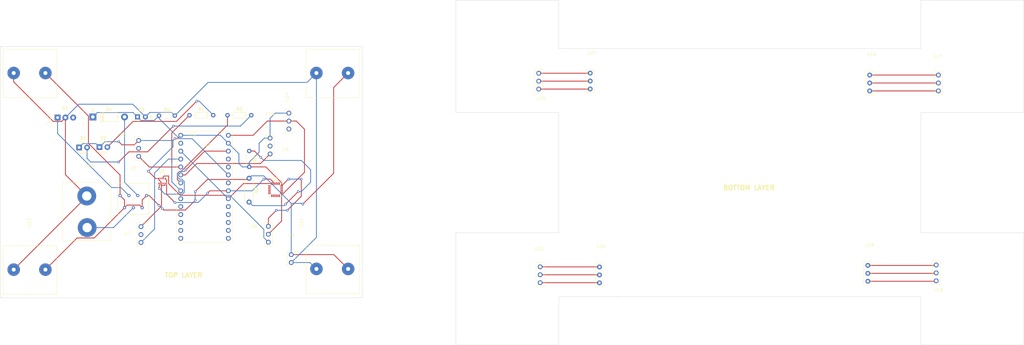
<source format=kicad_pcb>
(kicad_pcb (version 20221018) (generator pcbnew)
  (title_block (title "Quadcopter layers"))
  (layers (0 "F.Cu" signal) (31 "B.Cu" signal) (34 "B.Paste" user) (35 "F.Paste" user) (36 "B.SilkS" user "B.Silkscreen") (37 "F.SilkS" user "F.Silkscreen") (38 "B.Mask" user) (39 "F.Mask" user) (44 "Edge.Cuts" user))
  (net 0 "")
  (net 1 "GND")
  (net 2 "Net-(D1-A)")
  (net 3 "Net-(D2-A)")
  (net 4 "V_IS")
  (net 5 "0HV")
  (net 6 "BTS_IS")
  (net 7 "GREENLED")
  (net 8 "76HV")
  (net 9 "RESISTOR")
  (net 10 "REDLED")
  (net 11 "SWITCH")
  (net 14 "SDA")
  (net 15 "SCL")
  (net 17 "3V")
  (net 30 "5V")
  (net 39 "Net-(U15-7.4V)")
  (net 41 "Motor1")
  (net 42 "Motor2")
  (net 43 "Motor3")
  (net 44 "Motor4")
  (net 62 "PPM")
  (net 63 "Net-(U16-RED)")
  (net 64 "Net-(U16-BLUE)")
  (net 65 "Net-(U16-BLACK)")
  (net 66 "Net-(U18-RED)")
  (net 67 "Net-(U18-BLUE)")
  (net 68 "Net-(U18-BLACK)")
  (net 69 "Net-(U20-RED)")
  (net 70 "Net-(U20-BLUE)")
  (net 71 "Net-(U20-BLACK)")
  (net 72 "Net-(U24-RED)")
  (net 73 "Net-(U24-BLUE)")
  (net 74 "Net-(U24-BLACK)")
  (footprint "teensy4.0:motor_U" (layer "F.Cu") (at 88.8044 149.3086)
    (fp_text reference "U7" (at -3.0226 3.5038 unlocked) (layer "F.SilkS") (effects (font (thickness 0.1))))
    (fp_text value "Motor_2")
    (pad "1" thru_hole circle (at 1.27 1.27) (size 1.524 1.524) (drill 0.914) (layers "*.Cu" "*.Mask") (net 1 "GND"))
    (pad "2" thru_hole circle (at 1.27 3.81) (size 1.524 1.524) (drill 0.914) (layers "*.Cu" "*.Mask"))
    (pad "3" thru_hole circle (at 1.27 6.35) (size 1.524 1.524) (drill 0.914) (layers "*.Cu" "*.Mask") (net 42 "Motor2"))
  )
  (footprint "teensy4.0:bts_symbol" (layer "F.Cu") (at 78.8808 135.618)
    (fp_text reference "U3" (at 8.636 -3.762 unlocked) (layer "F.SilkS") (effects (font (thickness 0.1))))
    (fp_text value "bts_symbol")
    (pad "1" thru_hole circle (at 4.5 5) (size 1 1) (drill 0.5) (layers "*.Cu" "*.Mask") (net 8 "76HV"))
    (pad "2" thru_hole circle (at 5.92 8.89) (size 1 1) (drill 0.5) (layers "*.Cu" "*.Mask") (net 8 "76HV"))
    (pad "3" thru_hole circle (at 7.34 5) (size 1 1) (drill 0.5) (layers "*.Cu" "*.Mask") (net 11 "SWITCH"))
    (pad "4" thru_hole circle (at 8.76 8.89 90) (size 1 1) (drill 0.5) (layers "*.Cu" "*.Mask") (net 39 "Net-(U15-7.4V)"))
    (pad "5" thru_hole circle (at 10.178 5) (size 1 1) (drill 0.5) (layers "*.Cu" "*.Mask") (net 6 "BTS_IS"))
    (pad "6" thru_hole circle (at 11.6 8.89 90) (size 1 1) (drill 0.5) (layers "*.Cu" "*.Mask") (net 8 "76HV"))
    (pad "7" thru_hole circle (at 13 5) (size 1 1) (drill 0.5) (layers "*.Cu" "*.Mask") (net 8 "76HV"))
  )
  (footprint "LED_THT:LED_D3.0mm" (layer "F.Cu") (at 76.7648 125.1024)
    (fp_text reference "D2" (at 1.27 -2.96) (layer "F.SilkS"))
    (fp_text value "GREEN")
    (pad "1" thru_hole rect (at 0 0) (size 1.8 1.8) (drill 0.9) (layers "*.Cu" "*.Mask") (net 1 "GND"))
    (pad "2" thru_hole circle (at 2.54 0) (size 1.8 1.8) (drill 0.9) (layers "*.Cu" "*.Mask") (net 3 "Net-(D2-A)"))
  )
  (footprint "Diode_THT:D_DO-41_SOD81_P10.16mm_Horizontal" (layer "F.Cu") (at 74.6566 115.425)
    (fp_text reference "D4" (at 5.08 -2.47) (layer "F.SilkS"))
    (fp_text value "1N4007")
    (fp_text user "K" (at 0 -2.1) (layer "F.SilkS"))
    (pad "1" thru_hole rect (at 0 0) (size 2.2 2.2) (drill 1.1) (layers "*.Cu" "*.Mask") (net 4 "V_IS"))
    (pad "2" thru_hole oval (at 10.16 0) (size 2.2 2.2) (drill 1.1) (layers "*.Cu" "*.Mask") (net 6 "BTS_IS"))
  )
  (footprint "teensy4.0:ESC" (layer "F.Cu") (at 142.988 109.227 90)
    (fp_text reference "U14" (at 0.254 -6.096 90 unlocked) (layer "F.SilkS") (effects (font (thickness 0.1))))
    (fp_text value "ESC_4")
    (pad "1" thru_hole circle (at 7.874 3.302 90) (size 4 4) (drill 1.27) (layers "*.Cu" "*.Mask") (net 5 "0HV"))
    (pad "2" thru_hole circle (at 7.874 13.462 90) (size 4 4) (drill 1.27) (layers "*.Cu" "*.Mask") (net 8 "76HV"))
  )
  (footprint "teensy4.0:motor_U" (layer "F.Cu") (at 130.181 120.9368)
    (fp_text reference "U5" (at 6.269 4.9162 unlocked) (layer "F.SilkS") (effects (font (thickness 0.1))))
    (fp_text value "Motor_4")
    (pad "1" thru_hole circle (at 1.27 1.27) (size 1.524 1.524) (drill 0.914) (layers "*.Cu" "*.Mask") (net 1 "GND"))
    (pad "2" thru_hole circle (at 1.27 3.81) (size 1.524 1.524) (drill 0.914) (layers "*.Cu" "*.Mask"))
    (pad "3" thru_hole circle (at 1.27 6.35) (size 1.524 1.524) (drill 0.914) (layers "*.Cu" "*.Mask") (net 44 "Motor4"))
  )
  (footprint "Package_LGA:Bosch_LGA-8_2x2.5mm_P0.65mm_ClockwisePinNumbering" (layer "F.Cu") (at 96.821 135.9354)
    (fp_text reference "U1" (at 0 -3.1) (layer "F.SilkS"))
    (fp_text value "BMP280")
    (pad "1" smd rect (at -0.975 -0.8 90) (size 0.5 0.35) (layers "F.Cu" "F.Paste" "F.Mask") (net 1 "GND"))
    (pad "2" smd rect (at -0.325 -0.8 90) (size 0.5 0.35) (layers "F.Cu" "F.Paste" "F.Mask"))
    (pad "3" smd rect (at 0.325 -0.8 90) (size 0.5 0.35) (layers "F.Cu" "F.Paste" "F.Mask") (net 14 "SDA"))
    (pad "4" smd rect (at 0.975 -0.8 90) (size 0.5 0.35) (layers "F.Cu" "F.Paste" "F.Mask") (net 15 "SCL"))
    (pad "5" smd rect (at 0.975 0.8 90) (size 0.5 0.35) (layers "F.Cu" "F.Paste" "F.Mask") (net 1 "GND"))
    (pad "6" smd rect (at 0.325 0.8 90) (size 0.5 0.35) (layers "F.Cu" "F.Paste" "F.Mask"))
    (pad "7" smd rect (at -0.325 0.8 90) (size 0.5 0.35) (layers "F.Cu" "F.Paste" "F.Mask") (net 1 "GND"))
    (pad "8" smd rect (at -0.975 0.8 90) (size 0.5 0.35) (layers "F.Cu" "F.Paste" "F.Mask") (net 17 "3V"))
  )
  (footprint "Resistor_THT:R_Axial_DIN0204_L3.6mm_D1.6mm_P5.08mm_Horizontal" (layer "F.Cu") (at 124.7708 126.347 -90)
    (fp_text reference "R4" (at 2.54 -1.92 90) (layer "F.SilkS"))
    (fp_text value "510 ohm")
    (pad "1" thru_hole circle (at 0 0 270) (size 1.4 1.4) (drill 0.7) (layers "*.Cu" "*.Mask") (net 9 "RESISTOR"))
    (pad "2" thru_hole oval (at 5.08 0 270) (size 1.4 1.4) (drill 0.7) (layers "*.Cu" "*.Mask") (net 1 "GND"))
  )
  (footprint "teensy4.0:esc_3pin" (layer "F.Cu") (at 321.73 161.73)
    (fp_text reference "U18" (at 1.778 -5.286 unlocked) (layer "F.SilkS") (effects (font (thickness 0.1))))
    (fp_text value "ESC_3 hole2")
    (pad "1" thru_hole circle (at 1.27 1.27) (size 1.524 1.524) (drill 0.762) (layers "*.Cu" "*.Mask") (net 66 "Net-(U18-RED)"))
    (pad "2" thru_hole circle (at 1.27 3.81) (size 1.524 1.524) (drill 0.762) (layers "*.Cu" "*.Mask") (net 67 "Net-(U18-BLUE)"))
    (pad "3" thru_hole circle (at 1.27 6.35) (size 1.524 1.524) (drill 0.762) (layers "*.Cu" "*.Mask") (net 68 "Net-(U18-BLACK)"))
  )
  (footprint "Resistor_THT:R_Axial_DIN0204_L3.6mm_D1.6mm_P7.62mm_Horizontal" (layer "F.Cu") (at 105.6192 114.8662)
    (fp_text reference "R1" (at 3.81 -1.92) (layer "F.SilkS"))
    (fp_text value "100 ohm")
    (pad "1" thru_hole circle (at 0 0) (size 1.4 1.4) (drill 0.7) (layers "*.Cu" "*.Mask") (net 7 "GREENLED"))
    (pad "2" thru_hole oval (at 7.62 0) (size 1.4 1.4) (drill 0.7) (layers "*.Cu" "*.Mask") (net 3 "Net-(D2-A)"))
  )
  (footprint "teensy4.0:esc_3pin" (layer "F.Cu") (at 322.3358 100.73)
    (fp_text reference "U16" (at 1.778 -5.286 unlocked) (layer "F.SilkS") (effects (font (thickness 0.1))))
    (fp_text value "ESC_3 hole1")
    (pad "1" thru_hole circle (at 1.27 1.27) (size 1.524 1.524) (drill 0.762) (layers "*.Cu" "*.Mask") (net 63 "Net-(U16-RED)"))
    (pad "2" thru_hole circle (at 1.27 3.81) (size 1.524 1.524) (drill 0.762) (layers "*.Cu" "*.Mask") (net 64 "Net-(U16-BLUE)"))
    (pad "3" thru_hole circle (at 1.27 6.35) (size 1.524 1.524) (drill 0.762) (layers "*.Cu" "*.Mask") (net 65 "Net-(U16-BLACK)"))
  )
  (footprint "teensy4.0:motor_U" (layer "F.Cu") (at 88.0678 121.6988)
    (fp_text reference "U6" (at -3.7084 -0.587 unlocked) (layer "F.SilkS") (effects (font (thickness 0.1))))
    (fp_text value "Motor_3")
    (pad "1" thru_hole circle (at 1.27 1.27) (size 1.524 1.524) (drill 0.914) (layers "*.Cu" "*.Mask") (net 1 "GND"))
    (pad "2" thru_hole circle (at 1.27 3.81) (size 1.524 1.524) (drill 0.914) (layers "*.Cu" "*.Mask"))
    (pad "3" thru_hole circle (at 1.27 6.35) (size 1.524 1.524) (drill 0.914) (layers "*.Cu" "*.Mask") (net 43 "Motor3"))
  )
  (footprint "LED_THT:LED_D3.0mm" (layer "F.Cu") (at 70.2624 125.204)
    (fp_text reference "D1" (at 1.27 -2.96) (layer "F.SilkS"))
    (fp_text value "RED")
    (pad "1" thru_hole rect (at 0 0) (size 1.8 1.8) (drill 0.9) (layers "*.Cu" "*.Mask") (net 1 "GND"))
    (pad "2" thru_hole circle (at 2.54 0) (size 1.8 1.8) (drill 0.9) (layers "*.Cu" "*.Mask") (net 2 "Net-(D1-A)"))
  )
  (footprint "teensy4.0:motor" (layer "F.Cu") (at 346.17 169.21 180)
    (fp_text reference "U19" (at 0.524 -1.752 unlocked) (layer "F.SilkS") (effects (font (thickness 0.1))))
    (fp_text value "Motor_3 hole2")
    (pad "1" thru_hole circle (at 1.27 1.27 180) (size 1.524 1.524) (drill 0.914) (layers "*.Cu" "*.Mask") (net 68 "Net-(U18-BLACK)"))
    (pad "2" thru_hole circle (at 1.27 3.81 180) (size 1.524 1.524) (drill 0.914) (layers "*.Cu" "*.Mask") (net 67 "Net-(U18-BLUE)"))
    (pad "3" thru_hole circle (at 1.27 6.35 180) (size 1.524 1.524) (drill 0.914) (layers "*.Cu" "*.Mask") (net 66 "Net-(U18-RED)"))
  )
  (footprint "teensy4.0:motor" (layer "F.Cu") (at 218.81 107.77 180)
    (fp_text reference "U25" (at 0.524 -1.752 unlocked) (layer "F.SilkS") (effects (font (thickness 0.1))))
    (fp_text value "Motor_3 hole3")
    (pad "1" thru_hole circle (at 1.27 1.27 180) (size 1.524 1.524) (drill 0.914) (layers "*.Cu" "*.Mask") (net 74 "Net-(U24-BLACK)"))
    (pad "2" thru_hole circle (at 1.27 3.81 180) (size 1.524 1.524) (drill 0.914) (layers "*.Cu" "*.Mask") (net 73 "Net-(U24-BLUE)"))
    (pad "3" thru_hole circle (at 1.27 6.35 180) (size 1.524 1.524) (drill 0.914) (layers "*.Cu" "*.Mask") (net 72 "Net-(U24-RED)"))
  )
  (footprint "teensy4.0:teensy4.0uc" (layer "F.Cu") (at 101.557 120.0388)
    (fp_text reference "U4" (at 9.893 4.3142 unlocked) (layer "F.SilkS") (effects (font (thickness 0.1))))
    (fp_text value "Teensy4.0")
    (fp_text user "TOP" (at 3.556 1.778 unlocked) (layer "F.SilkS") (effects (font (thickness 0.1)) (justify left bottom)))
    (pad "1" thru_hole circle (at 1.27 1.27) (size 1.524 1.524) (drill 0.914) (layers "*.Cu" "*.Mask") (net 1 "GND"))
    (pad "2" thru_hole circle (at 1.27 3.81) (size 1.524 1.524) (drill 0.914) (layers "*.Cu" "*.Mask"))
    (pad "3" thru_hole circle (at 1.27 6.35) (size 1.524 1.524) (drill 0.914) (layers "*.Cu" "*.Mask") (net 41 "Motor1"))
    (pad "4" thru_hole circle (at 1.27 8.89) (size 1.524 1.524) (drill 0.914) (layers "*.Cu" "*.Mask") (net 42 "Motor2"))
    (pad "5" thru_hole circle (at 1.27 11.43) (size 1.524 1.524) (drill 0.914) (layers "*.Cu" "*.Mask") (net 43 "Motor3"))
    (pad "6" thru_hole circle (at 1.27 13.97) (size 1.524 1.524) (drill 0.914) (layers "*.Cu" "*.Mask") (net 44 "Motor4"))
    (pad "7" thru_hole circle (at 1.27 16.51) (size 1.524 1.524) (drill 0.914) (layers "*.Cu" "*.Mask") (net 10 "REDLED"))
    (pad "8" thru_hole circle (at 1.27 19.05) (size 1.524 1.524) (drill 0.914) (layers "*.Cu" "*.Mask") (net 7 "GREENLED"))
    (pad "9" thru_hole circle (at 1.27 21.59) (size 1.524 1.524) (drill 0.914) (layers "*.Cu" "*.Mask"))
    (pad "10" thru_hole circle (at 1.27 24.13) (size 1.524 1.524) (drill 0.914) (layers "*.Cu" "*.Mask"))
    (pad "11" thru_hole circle (at 1.27 26.67) (size 1.524 1.524) (drill 0.914) (layers "*.Cu" "*.Mask"))
    (pad "12" thru_hole circle (at 1.27 29.21) (size 1.524 1.524) (drill 0.914) (layers "*.Cu" "*.Mask"))
    (pad "13" thru_hole circle (at 1.27 31.75) (size 1.524 1.524) (drill 0.914) (layers "*.Cu" "*.Mask"))
    (pad "14" thru_hole circle (at 1.27 34.29) (size 1.524 1.524) (drill 0.914) (layers "*.Cu" "*.Mask"))
    (pad "15" thru_hole circle (at 16.51 34.29) (size 1.524 1.524) (drill 0.914) (layers "*.Cu" "*.Mask"))
    (pad "16" thru_hole circle (at 16.51 31.75) (size 1.524 1.524) (drill 0.914) (layers "*.Cu" "*.Mask"))
    (pad "17" thru_hole circle (at 16.51 29.21) (size 1.524 1.524) (drill 0.914) (layers "*.Cu" "*.Mask"))
    (pad "18" thru_hole circle (at 16.51 26.67) (size 1.524 1.524) (drill 0.914) (layers "*.Cu" "*.Mask"))
    (pad "19" thru_hole circle (at 16.51 24.13) (size 1.524 1.524) (drill 0.914) (layers "*.Cu" "*.Mask"))
    (pad "20" thru_hole circle (at 16.51 21.59) (size 1.524 1.524) (drill 0.914) (layers "*.Cu" "*.Mask") (net 14 "SDA"))
    (pad "21" thru_hole circle (at 16.51 19.05) (size 1.524 1.524) (drill 0.914) (layers "*.Cu" "*.Mask") (net 15 "SCL"))
    (pad "22" thru_hole circle (at 16.51 16.51) (size 1.524 1.524) (drill 0.914) (layers "*.Cu" "*.Mask"))
    (pad "23" thru_hole circle (at 16.51 13.97) (size 1.524 1.524) (drill 0.914) (layers "*.Cu" "*.Mask") (net 4 "V_IS"))
    (pad "24" thru_hole circle (at 16.51 11.43) (size 1.524 1.524) (drill 0.914) (layers "*.Cu" "*.Mask"))
    (pad "25" thru_hole circle (at 16.51 8.89) (size 1.524 1.524) (drill 0.914) (layers "*.Cu" "*.Mask"))
    (pad "26" thru_hole circle (at 16.51 6.35) (size 1.524 1.524) (drill 0.914) (layers "*.Cu" "*.Mask") (net 17 "3V"))
    (pad "27" thru_hole circle (at 16.51 3.81) (size 1.524 1.524) (drill 0.914) (layers "*.Cu" "*.Mask") (net 1 "GND"))
    (pad "28" thru_hole circle (at 16.51 1.27) (size 1.524 1.524) (drill 0.914) (layers "*.Cu" "*.Mask") (net 30 "5V"))
  )
  (footprint "teensy4.0:ESC" (layer "F.Cu") (at 45.988 109.227 90)
    (fp_text reference "U13" (at -6.872 14.746 90 unlocked) (layer "F.SilkS") (effects (font (thickness 0.1))))
    (fp_text value "ESC_3")
    (pad "1" thru_hole circle (at 7.874 3.302 90) (size 4 4) (drill 1.27) (layers "*.Cu" "*.Mask") (net 5 "0HV"))
    (pad "2" thru_hole circle (at 7.874 13.462 90) (size 4 4) (drill 1.27) (layers "*.Cu" "*.Mask") (net 8 "76HV"))
  )
  (footprint "teensy4.0:motor" (layer "F.Cu") (at 216.73 162.19)
    (fp_text reference "U21" (at 1.016 -4.548 unlocked) (layer "F.SilkS") (effects (font (thickness 0.1))))
    (fp_text value "Motor_3 hole4")
    (pad "1" thru_hole circle (at 1.27 1.27) (size 1.524 1.524) (drill 0.914) (layers "*.Cu" "*.Mask") (net 69 "Net-(U20-RED)"))
    (pad "2" thru_hole circle (at 1.27 3.81) (size 1.524 1.524) (drill 0.914) (layers "*.Cu" "*.Mask") (net 70 "Net-(U20-BLUE)"))
    (pad "3" thru_hole circle (at 1.27 6.35) (size 1.524 1.524) (drill 0.914) (layers "*.Cu" "*.Mask") (net 71 "Net-(U20-BLACK)"))
  )
  (footprint "Resistor_THT:R_Axial_DIN0207_L6.3mm_D2.5mm_P7.62mm_Horizontal" (layer "F.Cu") (at 124.72 135.0846 -90)
    (fp_text reference "R2" (at 3.81 -2.37 90) (layer "F.SilkS"))
    (fp_text value "2k ohm")
    (pad "1" thru_hole circle (at 0 0 270) (size 1.6 1.6) (drill 0.8) (layers "*.Cu" "*.Mask") (net 8 "76HV"))
    (pad "2" thru_hole oval (at 7.62 0 270) (size 1.6 1.6) (drill 0.8) (layers "*.Cu" "*.Mask") (net 9 "RESISTOR"))
  )
  (footprint "teensy4.0:Receiver" (layer "F.Cu") (at 136.2008 112.9358)
    (fp_text reference "U10" (at -4.7508 1.4172 unlocked) (layer "F.SilkS") (effects (font (thickness 0.1))))
    (fp_text value "Receiver")
    (pad "1" thru_hole circle (at 1.27 1.27) (size 1.524 1.524) (drill 0.914) (layers "*.Cu" "*.Mask") (net 1 "GND"))
    (pad "2" thru_hole circle (at 1.27 3.81) (size 1.524 1.524) (drill 0.914) (layers "*.Cu" "*.Mask") (net 30 "5V"))
    (pad "3" thru_hole circle (at 1.27 6.35) (size 1.524 1.524) (drill 0.914) (layers "*.Cu" "*.Mask") (net 62 "PPM"))
  )
  (footprint "teensy4.0:battery" (layer "F.Cu") (at 64.9538 136.4054)
    (fp_text reference "U15" (at 8.5598 -5.2606 unlocked) (layer "F.SilkS") (effects (font (thickness 0.1))))
    (fp_text value "Battery")
    (pad "1" thru_hole circle (at 7.75 4.35) (size 6 6) (drill 3) (layers "*.Cu" "*.Mask") (net 5 "0HV"))
    (pad "2" thru_hole circle (at 7.874 14.478) (size 6 6) (drill 3) (layers "*.Cu" "*.Mask") (net 39 "Net-(U15-7.4V)"))
  )
  (footprint "digikey-footprints:Switch_Slide_11.6x4mm_EG1218" (layer "F.Cu") (at 63.3574 115.6282)
    (fp_text reference "S1" (at 2.49 -3.02) (layer "F.SilkS"))
    (fp_text value "EG1218")
    (pad "1" thru_hole rect (at 0 0) (size 1.9 1.9) (drill 0.9) (layers "*.Cu" "*.Mask") (net 11 "SWITCH"))
    (pad "2" thru_hole circle (at 2.5 0) (size 1.9 1.9) (drill 0.9) (layers "*.Cu" "*.Mask") (net 5 "0HV"))
    (pad "3" thru_hole circle (at 5 0) (size 1.9 1.9) (drill 0.9) (layers "*.Cu" "*.Mask"))
  )
  (footprint "teensy4.0:motor_U" (layer "F.Cu") (at 129.6222 149.207)
    (fp_text reference "U8" (at -3.302 1.2418 unlocked) (layer "F.SilkS") (effects (font (thickness 0.1))))
    (fp_text value "Motor_1")
    (pad "1" thru_hole circle (at 1.27 1.27) (size 1.524 1.524) (drill 0.914) (layers "*.Cu" "*.Mask") (net 1 "GND"))
    (pad "2" thru_hole circle (at 1.27 3.81) (size 1.524 1.524) (drill 0.914) (layers "*.Cu" "*.Mask") (net 30 "5V"))
    (pad "3" thru_hole circle (at 1.27 6.35) (size 1.524 1.524) (drill 0.914) (layers "*.Cu" "*.Mask") (net 41 "Motor1"))
  )
  (footprint "Resistor_THT:R_Axial_DIN0204_L3.6mm_D1.6mm_P5.08mm_Horizontal" (layer "F.Cu") (at 95.8402 115.0186)
    (fp_text reference "R5" (at 2.54 -1.92) (layer "F.SilkS"))
    (fp_text value "510 ohm")
    (pad "1" thru_hole circle (at 0 0) (size 1.4 1.4) (drill 0.7) (layers "*.Cu" "*.Mask") (net 4 "V_IS"))
    (pad "2" thru_hole oval (at 5.08 0) (size 1.4 1.4) (drill 0.7) (layers "*.Cu" "*.Mask") (net 5 "0HV"))
  )
  (footprint "teensy4.0:esc_3pin" (layer "F.Cu") (at 235.73 162.23)
    (fp_text reference "U20" (at 1.778 -5.286 unlocked) (layer "F.SilkS") (effects (font (thickness 0.1))))
    (fp_text value "ESC_3 hole4")
    (pad "1" thru_hole circle (at 1.27 1.27) (size 1.524 1.524) (drill 0.762) (layers "*.Cu" "*.Mask") (net 69 "Net-(U20-RED)"))
    (pad "2" thru_hole circle (at 1.27 3.81) (size 1.524 1.524) (drill 0.762) (layers "*.Cu" "*.Mask") (net 70 "Net-(U20-BLUE)"))
    (pad "3" thru_hole circle (at 1.27 6.35) (size 1.524 1.524) (drill 0.762) (layers "*.Cu" "*.Mask") (net 71 "Net-(U20-BLACK)"))
  )
  (footprint "teensy4.0:ESC" (layer "F.Cu") (at 45.988 172.227 90)
    (fp_text reference "U12" (at 22.874 8.302 90 unlocked) (layer "F.SilkS") (effects (font (thickness 0.1))))
    (fp_text value "ESC_2")
    (pad "1" thru_hole circle (at 7.874 3.302 90) (size 4 4) (drill 1.27) (layers "*.Cu" "*.Mask") (net 5 "0HV"))
    (pad "2" thru_hole circle (at 7.874 13.462 90) (size 4 4) (drill 1.27) (layers "*.Cu" "*.Mask") (net 8 "76HV"))
  )
  (footprint "teensy4.0:External_Power" (layer "F.Cu") (at 136.9628 158.4018)
    (fp_text reference "U9" (at 1.27 -5.032 unlocked) (layer "F.SilkS") (effects (font (thickness 0.1))))
    (fp_text value "External Power")
    (pad "1" thru_hole circle (at 1.27 3.683) (size 1.524 1.524) (drill 0.914) (layers "*.Cu" "*.Mask") (net 5 "0HV"))
    (pad "2" thru_hole circle (at 1.27 1.143) (size 1.524 1.524) (drill 0.914) (layers "*.Cu" "*.Mask") (net 8 "76HV"))
  )
  (footprint "teensy4.0:motor" (layer "F.Cu") (at 344.33 100.73)
    (fp_text reference "U17" (at 1.016 -4.548 unlocked) (layer "F.SilkS") (effects (font (thickness 0.1))))
    (fp_text value "Motor_3 hole1")
    (pad "1" thru_hole circle (at 1.27 1.27) (size 1.524 1.524) (drill 0.914) (layers "*.Cu" "*.Mask") (net 63 "Net-(U16-RED)"))
    (pad "2" thru_hole circle (at 1.27 3.81) (size 1.524 1.524) (drill 0.914) (layers "*.Cu" "*.Mask") (net 64 "Net-(U16-BLUE)"))
    (pad "3" thru_hole circle (at 1.27 6.35) (size 1.524 1.524) (drill 0.914) (layers "*.Cu" "*.Mask") (net 65 "Net-(U16-BLACK)"))
  )
  (footprint "Resistor_THT:R_Axial_DIN0204_L3.6mm_D1.6mm_P7.62mm_Horizontal" (layer "F.Cu") (at 117.8112 114.8662)
    (fp_text reference "R3" (at 3.81 -1.92) (layer "F.SilkS"))
    (fp_text value "100 ohm")
    (pad "1" thru_hole circle (at 0 0) (size 1.4 1.4) (drill 0.7) (layers "*.Cu" "*.Mask") (net 10 "REDLED"))
    (pad "2" thru_hole oval (at 7.62 0) (size 1.4 1.4) (drill 0.7) (layers "*.Cu" "*.Mask") (net 2 "Net-(D1-A)"))
  )
  (footprint "teensy4.0:ESC" (layer "F.Cu") (at 143 172 90)
    (fp_text reference "U11" (at 22.647 -1.55 90 unlocked) (layer "F.SilkS") (effects (font (thickness 0.1))))
    (fp_text value "ESC_1")
    (pad "1" thru_hole circle (at 7.874 3.302 90) (size 4 4) (drill 1.27) (layers "*.Cu" "*.Mask") (net 5 "0HV"))
    (pad "2" thru_hole circle (at 7.874 13.462 90) (size 4 4) (drill 1.27) (layers "*.Cu" "*.Mask") (net 8 "76HV"))
  )
  (footprint "Diode_THT:D_DO-35_SOD27_P2.54mm_Vertical_AnodeUp" (layer "F.Cu") (at 88.960086 115.3996)
    (fp_text reference "D3" (at 1.27 -2.326371) (layer "F.SilkS"))
    (fp_text value "D_Zener")
    (fp_text user "A" (at 4.34 0) (layer "F.SilkS"))
    (pad "1" thru_hole rect (at 0 0) (size 1.6 1.6) (drill 0.8) (layers "*.Cu" "*.Mask") (net 4 "V_IS"))
    (pad "2" thru_hole oval (at 2.54 0) (size 1.6 1.6) (drill 0.8) (layers "*.Cu" "*.Mask") (net 5 "0HV"))
  )
  (footprint "Sensor_Motion:InvenSense_QFN-24_4x4mm_P0.5mm" (layer "F.Cu") (at 133.1982 138.7364)
    (fp_text reference "U2" (at 0 -3.375) (layer "F.SilkS"))
    (fp_text value "MPU-6050")
    (pad "1" smd roundrect (at -1.95 -1.25) (size 0.85 0.3) (layers "F.Cu" "F.Paste" "F.Mask"))
    (pad "2" smd roundrect (at -1.95 -0.75) (size 0.85 0.3) (layers "F.Cu" "F.Paste" "F.Mask"))
    (pad "3" smd roundrect (at -1.95 -0.25) (size 0.85 0.3) (layers "F.Cu" "F.Paste" "F.Mask"))
    (pad "4" smd roundrect (at -1.95 0.25) (size 0.85 0.3) (layers "F.Cu" "F.Paste" "F.Mask"))
    (pad "5" smd roundrect (at -1.95 0.75) (size 0.85 0.3) (layers "F.Cu" "F.Paste" "F.Mask"))
    (pad "6" smd roundrect (at -1.95 1.25) (size 0.85 0.3) (layers "F.Cu" "F.Paste" "F.Mask"))
    (pad "7" smd roundrect (at -1.25 1.95 90) (size 0.85 0.3) (layers "F.Cu" "F.Paste" "F.Mask"))
    (pad "8" smd roundrect (at -0.75 1.95 90) (size 0.85 0.3) (layers "F.Cu" "F.Paste" "F.Mask"))
    (pad "9" smd roundrect (at -0.25 1.95 90) (size 0.85 0.3) (layers "F.Cu" "F.Paste" "F.Mask"))
    (pad "10" smd roundrect (at 0.25 1.95 90) (size 0.85 0.3) (layers "F.Cu" "F.Paste" "F.Mask"))
    (pad "11" smd roundrect (at 0.75 1.95 90) (size 0.85 0.3) (layers "F.Cu" "F.Paste" "F.Mask"))
    (pad "12" smd roundrect (at 1.25 1.95 90) (size 0.85 0.3) (layers "F.Cu" "F.Paste" "F.Mask"))
    (pad "13" smd roundrect (at 1.95 1.25) (size 0.85 0.3) (layers "F.Cu" "F.Paste" "F.Mask") (net 30 "5V"))
    (pad "14" smd roundrect (at 1.95 0.75) (size 0.85 0.3) (layers "F.Cu" "F.Paste" "F.Mask"))
    (pad "15" smd roundrect (at 1.95 0.25) (size 0.85 0.3) (layers "F.Cu" "F.Paste" "F.Mask"))
    (pad "16" smd roundrect (at 1.95 -0.25) (size 0.85 0.3) (layers "F.Cu" "F.Paste" "F.Mask"))
    (pad "17" smd roundrect (at 1.95 -0.75) (size 0.85 0.3) (layers "F.Cu" "F.Paste" "F.Mask"))
    (pad "18" smd roundrect (at 1.95 -1.25) (size 0.85 0.3) (layers "F.Cu" "F.Paste" "F.Mask") (net 1 "GND"))
    (pad "19" smd roundrect (at 1.25 -1.95 90) (size 0.85 0.3) (layers "F.Cu" "F.Paste" "F.Mask"))
    (pad "20" smd roundrect (at 0.75 -1.95 90) (size 0.85 0.3) (layers "F.Cu" "F.Paste" "F.Mask"))
    (pad "21" smd roundrect (at 0.25 -1.95 90) (size 0.85 0.3) (layers "F.Cu" "F.Paste" "F.Mask"))
    (pad "22" smd roundrect (at -0.25 -1.95 90) (size 0.85 0.3) (layers "F.Cu" "F.Paste" "F.Mask"))
    (pad "23" smd roundrect (at -0.75 -1.95 90) (size 0.85 0.3) (layers "F.Cu" "F.Paste" "F.Mask") (net 15 "SCL"))
    (pad "24" smd roundrect (at -1.25 -1.95 90) (size 0.85 0.3) (layers "F.Cu" "F.Paste" "F.Mask") (net 14 "SDA"))
  )
  (footprint "teensy4.0:esc_3pin" (layer "F.Cu") (at 232.77 100.11)
    (fp_text reference "U24" (at 1.778 -5.286 unlocked) (layer "F.SilkS") (effects (font (thickness 0.1))))
    (fp_text value "ESC_3 hole3")
    (pad "1" thru_hole circle (at 1.27 1.27) (size 1.524 1.524) (drill 0.762) (layers "*.Cu" "*.Mask") (net 72 "Net-(U24-RED)"))
    (pad "2" thru_hole circle (at 1.27 3.81) (size 1.524 1.524) (drill 0.762) (layers "*.Cu" "*.Mask") (net 73 "Net-(U24-BLUE)"))
    (pad "3" thru_hole circle (at 1.27 6.35) (size 1.524 1.524) (drill 0.762) (layers "*.Cu" "*.Mask") (net 74 "Net-(U24-BLACK)"))
  )
  (gr_line (start 373 78) (end 373 114) (stroke (width 0.1)) (layer "Edge.Cuts"))
  (gr_line (start 224 188.5) (end 195.5 188.5) (stroke (width 0.1)) (layer "Edge.Cuts"))
  (gr_line (start 243 173) (end 224 173) (stroke (width 0.1)) (layer "Edge.Cuts"))
  (gr_line (start 44.95 92.853) (end 44.95 110.353) (stroke (width 0.1)) (layer "Edge.Cuts"))
  (gr_line (start 340 93.5) (end 321 93.5) (stroke (width 0.1)) (layer "Edge.Cuts"))
  (gr_line (start 160.95 109.853) (end 160.95 92.853) (stroke (width 0.1)) (layer "Edge.Cuts"))
  (gr_line (start 224 114) (end 224 152.5) (stroke (width 0.1)) (layer "Edge.Cuts"))
  (gr_line (start 160.95 172.853) (end 160.95 155.353) (stroke (width 0.1)) (layer "Edge.Cuts"))
  (gr_line (start 340 114) (end 373 114) (stroke (width 0.1)) (layer "Edge.Cuts"))
  (gr_line (start 373 78) (end 344.5 78) (stroke (width 0.1)) (layer "Edge.Cuts"))
  (gr_line (start 44.95 110.353) (end 44.95 155.853) (stroke (width 0.1)) (layer "Edge.Cuts"))
  (gr_line (start 344.5 78) (end 340 78) (stroke (width 0.1)) (layer "Edge.Cuts"))
  (gr_line (start 191 78) (end 191 114) (stroke (width 0.1)) (layer "Edge.Cuts"))
  (gr_line (start 340 173) (end 340 188.5) (stroke (width 0.1)) (layer "Edge.Cuts"))
  (gr_line (start 344.5 188.5) (end 340 188.5) (stroke (width 0.1)) (layer "Edge.Cuts"))
  (gr_line (start 160.95 173.353) (end 160.95 172.853) (stroke (width 0.1)) (layer "Edge.Cuts"))
  (gr_line (start 160.95 109.853) (end 160.95 155.353) (stroke (width 0.1)) (layer "Edge.Cuts"))
  (gr_line (start 339.5 173) (end 320.5 173) (stroke (width 0.1)) (layer "Edge.Cuts"))
  (gr_line (start 160.95 92.853) (end 141.95 92.853) (stroke (width 0.1)) (layer "Edge.Cuts"))
  (gr_line (start 243 93.5) (end 224 93.5) (stroke (width 0.1)) (layer "Edge.Cuts"))
  (gr_line (start 191 114) (end 224 114) (stroke (width 0.1)) (layer "Edge.Cuts"))
  (gr_line (start 373 152.5) (end 373 188.5) (stroke (width 0.1)) (layer "Edge.Cuts"))
  (gr_line (start 191 152.5) (end 191 188.5) (stroke (width 0.1)) (layer "Edge.Cuts"))
  (gr_line (start 195.5 188.5) (end 191 188.5) (stroke (width 0.1)) (layer "Edge.Cuts"))
  (gr_line (start 224 78) (end 195.5 78) (stroke (width 0.1)) (layer "Edge.Cuts"))
  (gr_line (start 373 188.5) (end 344.5 188.5) (stroke (width 0.1)) (layer "Edge.Cuts"))
  (gr_line (start 63.95 92.853) (end 44.95 92.853) (stroke (width 0.1)) (layer "Edge.Cuts"))
  (gr_line (start 224 93.5) (end 224 78) (stroke (width 0.1)) (layer "Edge.Cuts"))
  (gr_line (start 191 152.5) (end 224 152.5) (stroke (width 0.1)) (layer "Edge.Cuts"))
  (gr_line (start 340 152.5) (end 373 152.5) (stroke (width 0.1)) (layer "Edge.Cuts"))
  (gr_line (start 224 173) (end 224 188.5) (stroke (width 0.1)) (layer "Edge.Cuts"))
  (gr_line (start 243 93.5) (end 321 93.5) (stroke (width 0.1)) (layer "Edge.Cuts"))
  (gr_line (start 63.95 92.853) (end 141.95 92.853) (stroke (width 0.1)) (layer "Edge.Cuts"))
  (gr_line (start 63.95 173.353) (end 160.95 173.353) (stroke (width 0.1)) (layer "Edge.Cuts"))
  (gr_line (start 339.5 173) (end 340 173) (stroke (width 0.1)) (layer "Edge.Cuts"))
  (gr_line (start 340 114) (end 340 152.5) (stroke (width 0.1)) (layer "Edge.Cuts"))
  (gr_line (start 195.5 78) (end 191 78) (stroke (width 0.1)) (layer "Edge.Cuts"))
  (gr_line (start 44.95 173.353) (end 63.95 173.353) (stroke (width 0.1)) (layer "Edge.Cuts"))
  (gr_line (start 44.95 155.853) (end 44.95 173.353) (stroke (width 0.1)) (layer "Edge.Cuts"))
  (gr_line (start 340 93.5) (end 340 78) (stroke (width 0.1)) (layer "Edge.Cuts"))
  (gr_line (start 242.5 173) (end 320.5 173) (stroke (width 0.1)) (layer "Edge.Cuts"))
  (gr_text "BOTTOM LAYER" (at 276.5 139) (layer "F.SilkS") (effects (font (size 1.5 1.5) (thickness 0.3) bold) (justify left bottom)))
  (gr_text "TOP LAYER" (at 97.5 167) (layer "F.SilkS") (effects (font (size 1.5 1.5) (thickness 0.3) bold) (justify left bottom)))
  (segment (start 135.1482 137.4864) (end 135.1482 136.495715) (width 0.25) (layer "F.Cu") (net 1))
  (segment (start 87.9536 124.353) (end 89.3378 122.9688) (width 0.25) (layer "F.Cu") (net 1))
  (segment (start 130.079485 131.427) (end 124.7708 131.427) (width 0.25) (layer "F.Cu") (net 1))
  (segment (start 96.675 143.978) (end 90.0744 150.5786) (width 0.25) (layer "F.Cu") (net 1))
  (segment (start 82.95 123.353) (end 83.95 124.353) (width 0.25) (layer "F.Cu") (net 1))
  (segment (start 95.846 135.1354) (end 95.846 135.6354) (width 0.25) (layer "F.Cu") (net 1))
  (segment (start 94.7324 135.1354) (end 95.846 135.1354) (width 0.25) (layer "F.Cu") (net 1))
  (segment (start 100.95 122.353) (end 101.7828 122.353) (width 0.25) (layer "F.Cu") (net 1))
  (segment (start 96.496 136.7354) (end 96.496 137.2354) (width 0.25) (layer "F.Cu") (net 1))
  (segment (start 101.7828 122.353) (end 102.827 121.3088) (width 0.25) (layer "F.Cu") (net 1))
  (segment (start 95.846 135.6354) (end 96.496 136.2854) (width 0.25) (layer "F.Cu") (net 1))
  (segment (start 97.796 137.2354) (end 97.796 136.7354) (width 0.25) (layer "F.Cu") (net 1))
  (segment (start 96.496 136.2854) (end 96.496 136.7354) (width 0.25) (layer "F.Cu") (net 1))
  (segment (start 96.6136 137.353) (end 97.6784 137.353) (width 0.25) (layer "F.Cu") (net 1))
  (segment (start 83.95 124.353) (end 87.9536 124.353) (width 0.25) (layer "F.Cu") (net 1))
  (segment (start 141.45 140.853) (end 141.45 135.353) (width 0.25) (layer "F.Cu") (net 1))
  (segment (start 97.6784 137.353) (end 97.796 137.2354) (width 0.25) (layer "F.Cu") (net 1))
  (segment (start 96.675 137.4144) (end 96.675 143.978) (width 0.25) (layer "F.Cu") (net 1))
  (segment (start 130.8922 147.9108) (end 133.45 145.353) (width 0.25) (layer "F.Cu") (net 1))
  (segment (start 130.8922 150.477) (end 130.8922 147.9108) (width 0.25) (layer "F.Cu") (net 1))
  (segment (start 137.2816 135.353) (end 135.1482 137.4864) (width 0.25) (layer "F.Cu") (net 1))
  (segment (start 135.1482 136.495715) (end 130.079485 131.427) (width 0.25) (layer "F.Cu") (net 1))
  (segment (start 96.496 137.2354) (end 96.6136 137.353) (width 0.25) (layer "F.Cu") (net 1))
  (segment (start 137.45 135.353) (end 137.2816 135.353) (width 0.25) (layer "F.Cu") (net 1))
  (segment (start 96.6136 137.353) (end 96.675 137.4144) (width 0.25) (layer "F.Cu") (net 1))
  (segment (start 136.95 145.353) (end 141.45 140.853) (width 0.25) (layer "F.Cu") (net 1))
  (segment (start 92.45 132.853) (end 94.7324 135.1354) (width 0.25) (layer "F.Cu") (net 1))
  (via (at 137.45 135.353) (size 0.8) (drill 0.4) (layers "F.Cu" "B.Cu") (net 1))
  (via (at 100.95 122.353) (size 0.8) (drill 0.4) (layers "F.Cu" "B.Cu") (net 1))
  (via (at 92.45 132.853) (size 0.8) (drill 0.4) (layers "F.Cu" "B.Cu") (net 1))
  (via (at 82.95 123.353) (size 0.8) (drill 0.4) (layers "F.Cu" "B.Cu") (net 1))
  (via (at 136.95 145.353) (size 0.8) (drill 0.4) (layers "F.Cu" "B.Cu") (net 1))
  (via (at 133.45 145.353) (size 0.8) (drill 0.4) (layers "F.Cu" "B.Cu") (net 1))
  (via (at 141.45 135.353) (size 0.8) (drill 0.4) (layers "F.Cu" "B.Cu") (net 1))
  (segment (start 141.45 135.353) (end 137.45 135.353) (width 0.25) (layer "B.Cu") (net 1))
  (segment (start 122.524 131.427) (end 124.7708 131.427) (width 0.25) (layer "B.Cu") (net 1))
  (segment (start 102.827 121.3088) (end 115.527 121.3088) (width 0.25) (layer "B.Cu") (net 1))
  (segment (start 78.5142 123.353) (end 82.95 123.353) (width 0.25) (layer "B.Cu") (net 1))
  (segment (start 127.95 123.853) (end 129.5962 122.2068) (width 0.25) (layer "B.Cu") (net 1))
  (segment (start 121.45 127.2318) (end 121.45 130.353) (width 0.25) (layer "B.Cu") (net 1))
  (segment (start 75.6414 123.979) (end 76.7648 125.1024) (width 0.25) (layer "B.Cu") (net 1))
  (segment (start 118.067 123.8488) (end 121.45 127.2318) (width 0.25) (layer "B.Cu") (net 1))
  (segment (start 100.3342 122.9688) (end 100.3342 124.9688) (width 0.25) (layer "B.Cu") (net 1))
  (segment (start 70.2624 125.204) (end 71.4874 123.979) (width 0.25) (layer "B.Cu") (net 1))
  (segment (start 71.4874 123.979) (end 75.6414 123.979) (width 0.25) (layer "B.Cu") (net 1))
  (segment (start 121.45 130.353) (end 122.524 131.427) (width 0.25) (layer "B.Cu") (net 1))
  (segment (start 133.45 145.353) (end 136.95 145.353) (width 0.25) (layer "B.Cu") (net 1))
  (segment (start 133.0972 114.2058) (end 137.4708 114.2058) (width 0.25) (layer "B.Cu") (net 1))
  (segment (start 89.3378 122.9688) (end 100.3342 122.9688) (width 0.25) (layer "B.Cu") (net 1))
  (segment (start 100.3342 122.9688) (end 100.95 122.353) (width 0.25) (layer "B.Cu") (net 1))
  (segment (start 124.7708 129.889749) (end 127.95 126.710549) (width 0.25) (layer "B.Cu") (net 1))
  (segment (start 127.95 126.710549) (end 127.95 123.853) (width 0.25) (layer "B.Cu") (net 1))
  (segment (start 115.527 121.3088) (end 118.067 123.8488) (width 0.25) (layer "B.Cu") (net 1))
  (segment (start 76.7648 125.1024) (end 78.5142 123.353) (width 0.25) (layer "B.Cu") (net 1))
  (segment (start 100.3342 124.9688) (end 92.45 132.853) (width 0.25) (layer "B.Cu") (net 1))
  (segment (start 129.5962 122.2068) (end 131.451 122.2068) (width 0.25) (layer "B.Cu") (net 1))
  (segment (start 131.451 115.852) (end 133.0972 114.2058) (width 0.25) (layer "B.Cu") (net 1))
  (segment (start 124.7708 131.427) (end 124.7708 129.889749) (width 0.25) (layer "B.Cu") (net 1))
  (segment (start 131.451 122.2068) (end 131.451 115.852) (width 0.25) (layer "B.Cu") (net 1))
  (segment (start 100.45 118.353) (end 92.2072 126.5958) (width 0.25) (layer "F.Cu") (net 2))
  (segment (start 92.2072 126.5958) (end 86.2072 126.5958) (width 0.25) (layer "F.Cu") (net 2))
  (segment (start 86.2072 126.5958) (end 82.95 129.853) (width 0.25) (layer "F.Cu") (net 2))
  (via (at 100.45 118.353) (size 0.8) (drill 0.4) (layers "F.Cu" "B.Cu") (net 2))
  (via (at 82.95 129.853) (size 0.8) (drill 0.4) (layers "F.Cu" "B.Cu") (net 2))
  (segment (start 72.8024 128.7054) (end 72.8024 125.204) (width 0.25) (layer "B.Cu") (net 2))
  (segment (start 82.95 129.853) (end 73.95 129.853) (width 0.25) (layer "B.Cu") (net 2))
  (segment (start 73.95 129.853) (end 72.8024 128.7054) (width 0.25) (layer "B.Cu") (net 2))
  (segment (start 125.4312 114.8662) (end 121.9444 118.353) (width 0.25) (layer "B.Cu") (net 2))
  (segment (start 121.9444 118.353) (end 100.45 118.353) (width 0.25) (layer "B.Cu") (net 2))
  (segment (start 101.453 116.85) (end 87.5572 116.85) (width 0.25) (layer "F.Cu") (net 3))
  (segment (start 107.95 110.353) (end 101.453 116.85) (width 0.25) (layer "F.Cu") (net 3))
  (segment (start 87.5572 116.85) (end 79.3048 125.1024) (width 0.25) (layer "F.Cu") (net 3))
  (via (at 107.95 110.353) (size 0.8) (drill 0.4) (layers "F.Cu" "B.Cu") (net 3))
  (segment (start 108.726 110.353) (end 107.95 110.353) (width 0.25) (layer "B.Cu") (net 3))
  (segment (start 113.2392 114.8662) (end 108.726 110.353) (width 0.25) (layer "B.Cu") (net 3))
  (segment (start 102.376749 122.3958) (end 95.8402 115.859251) (width 0.25) (layer "B.Cu") (net 4))
  (segment (start 76.0816 114) (end 87.560486 114) (width 0.25) (layer "B.Cu") (net 4))
  (segment (start 94.3342 116.5246) (end 95.8402 115.0186) (width 0.25) (layer "B.Cu") (net 4))
  (segment (start 87.560486 114) (end 88.960086 115.3996) (width 0.25) (layer "B.Cu") (net 4))
  (segment (start 95.8402 115.859251) (end 95.8402 115.0186) (width 0.25) (layer "B.Cu") (net 4))
  (segment (start 90.085086 116.5246) (end 94.3342 116.5246) (width 0.25) (layer "B.Cu") (net 4))
  (segment (start 106.454 122.3958) (end 102.376749 122.3958) (width 0.25) (layer "B.Cu") (net 4))
  (segment (start 74.6566 115.425) (end 76.0816 114) (width 0.25) (layer "B.Cu") (net 4))
  (segment (start 118.067 134.0088) (end 106.454 122.3958) (width 0.25) (layer "B.Cu") (net 4))
  (segment (start 88.960086 115.3996) (end 90.085086 116.5246) (width 0.25) (layer "B.Cu") (net 4))
  (segment (start 64.5824 116.9032) (end 65.8574 115.6282) (width 0.25) (layer "F.Cu") (net 5))
  (segment (start 49.29 164.353) (end 72.7038 140.9392) (width 0.25) (layer "F.Cu") (net 5))
  (segment (start 62.011773 116.9032) (end 64.5824 116.9032) (width 0.25) (layer "F.Cu") (net 5))
  (segment (start 72.7038 140.9392) (end 72.7038 140.7554) (width 0.25) (layer "F.Cu") (net 5))
  (segment (start 65.8574 115.6282) (end 65.8574 133.909) (width 0.25) (layer "F.Cu") (net 5))
  (segment (start 65.8574 133.909) (end 72.7038 140.7554) (width 0.25) (layer "F.Cu") (net 5))
  (segment (start 49.29 104.181427) (end 62.011773 116.9032) (width 0.25) (layer "F.Cu") (net 5))
  (segment (start 49.29 101.353) (end 49.29 104.181427) (width 0.25) (layer "F.Cu") (net 5))
  (segment (start 65.8574 115.6282) (end 70.1326 111.353) (width 0.25) (layer "B.Cu") (net 5))
  (segment (start 99.8952 113.9936) (end 100.9202 115.0186) (width 0.25) (layer "B.Cu") (net 5))
  (segment (start 111.5858 104.353) (end 143.29 104.353) (width 0.25) (layer "B.Cu") (net 5))
  (segment (start 70.1326 111.353) (end 87.453486 111.353) (width 0.25) (layer "B.Cu") (net 5))
  (segment (start 91.500086 115.3996) (end 92.906086 113.9936) (width 0.25) (layer "B.Cu") (net 5))
  (segment (start 87.453486 111.353) (end 91.500086 115.3996) (width 0.25) (layer "B.Cu") (net 5))
  (segment (start 92.906086 113.9936) (end 99.8952 113.9936) (width 0.25) (layer "B.Cu") (net 5))
  (segment (start 146.223 164.126) (end 144.1818 162.0848) (width 0.25) (layer "B.Cu") (net 5))
  (segment (start 144.1818 162.0848) (end 138.2328 162.0848) (width 0.25) (layer "B.Cu") (net 5))
  (segment (start 146.302 164.126) (end 146.223 164.126) (width 0.25) (layer "B.Cu") (net 5))
  (segment (start 100.9202 115.0186) (end 111.5858 104.353) (width 0.25) (layer "B.Cu") (net 5))
  (segment (start 146.29 154.0276) (end 138.2328 162.0848) (width 0.25) (layer "B.Cu") (net 5))
  (segment (start 143.29 104.353) (end 146.29 101.353) (width 0.25) (layer "B.Cu") (net 5))
  (segment (start 146.29 101.353) (end 146.29 154.0276) (width 0.25) (layer "B.Cu") (net 5))
  (segment (start 84.8166 136.3758) (end 89.0588 140.618) (width 0.25) (layer "B.Cu") (net 6))
  (segment (start 84.8166 115.425) (end 84.8166 136.3758) (width 0.25) (layer "B.Cu") (net 6))
  (segment (start 99.95 129.853) (end 99.95 120.5354) (width 0.25) (layer "F.Cu") (net 7))
  (segment (start 99.95 120.5354) (end 105.6192 114.8662) (width 0.25) (layer "F.Cu") (net 7))
  (via micro (at 99.95 129.853) (size 0.3) (drill 0.1) (layers "F.Cu" "B.Cu") (net 7))
  (segment (start 99.95 136.2118) (end 99.95 129.853) (width 0.25) (layer "B.Cu") (net 7))
  (segment (start 102.827 139.0888) (end 99.95 136.2118) (width 0.25) (layer "B.Cu") (net 7))
  (segment (start 151.825 133.478) (end 141.95 143.353) (width 0.25) (layer "F.Cu") (net 8))
  (segment (start 89.6558 143.683) (end 90.4808 144.508) (width 0.25) (layer "F.Cu") (net 8))
  (segment (start 151.8808 159.5448) (end 138.2328 159.5448) (width 0.25) (layer "F.Cu") (net 8))
  (segment (start 107.45 142.1285) (end 104.3227 145.2558) (width 0.25) (layer "F.Cu") (net 8))
  (segment (start 111.3412 135.4618) (end 107.45 139.353) (width 0.25) (layer "F.Cu") (net 8))
  (segment (start 156.462 164.126) (end 151.8808 159.5448) (width 0.25) (layer "F.Cu") (net 8))
  (segment (start 151.825 105.978) (end 151.825 133.478) (width 0.25) (layer "F.Cu") (net 8))
  (segment (start 92.715 140.618) (end 91.8808 140.618) (width 0.25) (layer "F.Cu") (net 8))
  (segment (start 90.4808 142.018) (end 91.8808 140.618) (width 0.25) (layer "F.Cu") (net 8))
  (segment (start 69.5946 154.2084) (end 75.1004 154.2084) (width 0.25) (layer "F.Cu") (net 8))
  (segment (start 84.8008 144.508) (end 84.8008 142.038) (width 0.25) (layer "F.Cu") (net 8))
  (segment (start 156.45 101.353) (end 151.825 105.978) (width 0.25) (layer "F.Cu") (net 8))
  (segment (start 84.8008 142.038) (end 83.3808 140.618) (width 0.25) (layer "F.Cu") (net 8))
  (segment (start 104.3227 145.2558) (end 97.3528 145.2558) (width 0.25) (layer "F.Cu") (net 8))
  (segment (start 85.6258 143.683) (end 89.6558 143.683) (width 0.25) (layer "F.Cu") (net 8))
  (segment (start 73.2316 115.1346) (end 73.2316 123.900788) (width 0.25) (layer "F.Cu") (net 8))
  (segment (start 124.3428 135.4618) (end 111.3412 135.4618) (width 0.25) (layer "F.Cu") (net 8))
  (segment (start 90.4808 144.508) (end 90.4808 142.018) (width 0.25) (layer "F.Cu") (net 8))
  (segment (start 124.72 135.0846) (end 124.3428 135.4618) (width 0.25) (layer "F.Cu") (net 8))
  (segment (start 59.45 101.353) (end 73.2316 115.1346) (width 0.25) (layer "F.Cu") (net 8))
  (segment (start 84.8008 144.508) (end 85.6258 143.683) (width 0.25) (layer "F.Cu") (net 8))
  (segment (start 75.1004 154.2084) (end 84.8008 144.508) (width 0.25) (layer "F.Cu") (net 8))
  (segment (start 97.3528 145.2558) (end 96.95 144.853) (width 0.25) (layer "F.Cu") (net 8))
  (segment (start 73.2316 123.900788) (end 83.3808 134.049988) (width 0.25) (layer "F.Cu") (net 8))
  (segment (start 83.3808 134.049988) (end 83.3808 140.618) (width 0.25) (layer "F.Cu") (net 8))
  (segment (start 59.45 164.353) (end 69.5946 154.2084) (width 0.25) (layer "F.Cu") (net 8))
  (segment (start 95.862701 143.765701) (end 92.715 140.618) (width 0.25) (layer "F.Cu") (net 8))
  (via (at 107.45 139.353) (size 0.8) (drill 0.4) (layers "F.Cu" "B.Cu") (net 8))
  (via (at 95.862701 143.765701) (size 0.8) (drill 0.4) (layers "F.Cu" "B.Cu") (net 8))
  (via (at 96.95 144.853) (size 0.8) (drill 0.4) (layers "F.Cu" "B.Cu") (net 8))
  (via (at 107.45 142.1285) (size 0.8) (drill 0.4) (layers "F.Cu" "B.Cu") (net 8))
  (via (at 141.95 143.353) (size 0.8) (drill 0.4) (layers "F.Cu" "B.Cu") (net 8))
  (segment (start 141.95 143.353) (end 141.707495 143.110495) (width 0.25) (layer "B.Cu") (net 8))
  (segment (start 125.519999 134.284601) (end 124.72 135.0846) (width 0.25) (layer "B.Cu") (net 8))
  (segment (start 107.45 139.353) (end 107.45 142.1285) (width 0.25) (layer "B.Cu") (net 8))
  (segment (start 141.707495 143.110495) (end 138.2328 143.110495) (width 0.25) (layer "B.Cu") (net 8))
  (segment (start 138.2328 143.110495) (end 129.406906 134.284601) (width 0.25) (layer "B.Cu") (net 8))
  (segment (start 129.406906 134.284601) (end 125.519999 134.284601) (width 0.25) (layer "B.Cu") (net 8))
  (segment (start 96.95 144.853) (end 95.862701 143.765701) (width 0.25) (layer "B.Cu") (net 8))
  (segment (start 138.2328 159.5448) (end 138.2328 143.110495) (width 0.25) (layer "B.Cu") (net 8))
  (segment (start 136.45 143.353) (end 139.95 139.853) (width 0.25) (layer "F.Cu") (net 9))
  (segment (start 126.444 126.347) (end 124.7708 126.347) (width 0.25) (layer "F.Cu") (net 9))
  (segment (start 128.45 128.353) (end 126.444 126.347) (width 0.25) (layer "F.Cu") (net 9))
  (segment (start 139.95 139.853) (end 140.45 139.353) (width 0.25) (layer "F.Cu") (net 9))
  (via (at 128.45 128.353) (size 0.8) (drill 0.4) (layers "F.Cu" "B.Cu") (net 9))
  (via (at 140.45 139.353) (size 0.8) (drill 0.4) (layers "F.Cu" "B.Cu") (net 9))
  (via (at 136.45 143.353) (size 0.8) (drill 0.4) (layers "F.Cu" "B.Cu") (net 9))
  (segment (start 129.45 129.353) (end 128.45 128.353) (width 0.25) (layer "B.Cu") (net 9))
  (segment (start 140.45 139.353) (end 141.45 139.353) (width 0.25) (layer "B.Cu") (net 9))
  (segment (start 125.8684 143.853) (end 126.45 143.853) (width 0.25) (layer "B.Cu") (net 9))
  (segment (start 135.95 143.853) (end 136.45 143.353) (width 0.25) (layer "B.Cu") (net 9))
  (segment (start 144.45 136.353) (end 144.45 132.353) (width 0.25) (layer "B.Cu") (net 9))
  (segment (start 126.45 143.853) (end 135.95 143.853) (width 0.25) (layer "B.Cu") (net 9))
  (segment (start 124.72 142.7046) (end 125.8684 143.853) (width 0.25) (layer "B.Cu") (net 9))
  (segment (start 141.45 139.353) (end 144.45 136.353) (width 0.25) (layer "B.Cu") (net 9))
  (segment (start 144.45 132.353) (end 141.45 129.353) (width 0.25) (layer "B.Cu") (net 9))
  (segment (start 141.45 129.353) (end 129.45 129.353) (width 0.25) (layer "B.Cu") (net 9))
  (segment (start 102.980051 132.853) (end 117.8112 118.021851) (width 0.25) (layer "F.Cu") (net 10))
  (segment (start 101.74 133.558549) (end 102.445549 132.853) (width 0.25) (layer "F.Cu") (net 10))
  (segment (start 101.74 135.4618) (end 101.74 133.558549) (width 0.25) (layer "F.Cu") (net 10))
  (segment (start 102.827 136.5488) (end 101.74 135.4618) (width 0.25) (layer "F.Cu") (net 10))
  (segment (start 102.445549 132.853) (end 102.980051 132.853) (width 0.25) (layer "F.Cu") (net 10))
  (segment (start 117.8112 118.021851) (end 117.8112 114.8662) (width 0.25) (layer "F.Cu") (net 10))
  (segment (start 63.3574 120.749) (end 63.3574 115.6282) (width 0.25) (layer "B.Cu") (net 11))
  (segment (start 80.6806 138.0722) (end 63.3574 120.749) (width 0.25) (layer "B.Cu") (net 11))
  (segment (start 86.2208 140.618) (end 83.675 138.0722) (width 0.25) (layer "B.Cu") (net 11))
  (segment (start 83.675 138.0722) (end 80.6806 138.0722) (width 0.25) (layer "B.Cu") (net 11))
  (segment (start 122.9094 136.7864) (end 131.9482 136.7864) (width 0.25) (layer "F.Cu") (net 14))
  (segment (start 118.067 141.6288) (end 122.9094 136.7864) (width 0.25) (layer "F.Cu") (net 14))
  (segment (start 98.95 136.8144) (end 98.95 134.353) (width 0.25) (layer "F.Cu") (net 14))
  (segment (start 98.95 134.353) (end 97.5034 134.353) (width 0.25) (layer "F.Cu") (net 14))
  (segment (start 116.98 140.5418) (end 102.6774 140.5418) (width 0.25) (layer "F.Cu") (net 14))
  (segment (start 97.5034 134.353) (end 97.146 134.7104) (width 0.25) (layer "F.Cu") (net 14))
  (segment (start 102.6774 140.5418) (end 98.95 136.8144) (width 0.25) (layer "F.Cu") (net 14))
  (segment (start 97.146 134.7104) (end 97.146 135.1354) (width 0.25) (layer "F.Cu") (net 14))
  (segment (start 118.067 141.6288) (end 116.98 140.5418) (width 0.25) (layer "F.Cu") (net 14))
  (segment (start 118.067 139.0888) (end 112.1785 139.0888) (width 0.25) (layer "F.Cu") (net 15))
  (segment (start 100.95 142.853) (end 98.296 140.199) (width 0.25) (layer "F.Cu") (net 15))
  (segment (start 132.4482 136.295715) (end 132.4482 136.7864) (width 0.25) (layer "F.Cu") (net 15))
  (segment (start 98.296 140.199) (end 98.296 135.6354) (width 0.25) (layer "F.Cu") (net 15))
  (segment (start 131.505485 135.353) (end 132.4482 136.295715) (width 0.25) (layer "F.Cu") (net 15))
  (segment (start 129.45 135.353) (end 131.505485 135.353) (width 0.25) (layer "F.Cu") (net 15))
  (segment (start 98.296 135.6354) (end 97.796 135.1354) (width 0.25) (layer "F.Cu") (net 15))
  (segment (start 112.1785 139.0888) (end 111.45 139.8173) (width 0.25) (layer "F.Cu") (net 15))
  (via (at 100.95 142.853) (size 0.8) (drill 0.4) (layers "F.Cu" "B.Cu") (net 15))
  (via (at 129.45 135.353) (size 0.8) (drill 0.4) (layers "F.Cu" "B.Cu") (net 15))
  (via (at 111.45 139.8173) (size 0.8) (drill 0.4) (layers "F.Cu" "B.Cu") (net 15))
  (segment (start 118.067 139.0888) (end 125.7142 139.0888) (width 0.25) (layer "B.Cu") (net 15))
  (segment (start 125.7142 139.0888) (end 129.45 135.353) (width 0.25) (layer "B.Cu") (net 15))
  (segment (start 111.45 139.8173) (end 108.4143 142.853) (width 0.25) (layer "B.Cu") (net 15))
  (segment (start 108.4143 142.853) (end 100.95 142.853) (width 0.25) (layer "B.Cu") (net 15))
  (segment (start 95.95 138.353) (end 95.95 136.8394) (width 0.25) (layer "F.Cu") (net 17))
  (segment (start 95.95 136.8394) (end 95.846 136.7354) (width 0.25) (layer "F.Cu") (net 17))
  (segment (start 118.067 126.3888) (end 110.46885 126.3888) (width 0.25) (layer "F.Cu") (net 17))
  (segment (start 110.46885 126.3888) (end 104.477325 132.380325) (width 0.25) (layer "F.Cu") (net 17))
  (via (at 104.477325 132.380325) (size 0.8) (drill 0.4) (layers "F.Cu" "B.Cu") (net 17))
  (via (at 95.95 138.353) (size 0.8) (drill 0.4) (layers "F.Cu" "B.Cu") (net 17))
  (segment (start 103.95 136.134549) (end 103.95 139.5418) (width 0.25) (layer "B.Cu") (net 17))
  (segment (start 103.316 140.1758) (end 97.7728 140.1758) (width 0.25) (layer "B.Cu") (net 17))
  (segment (start 101.74 133.558549) (end 101.74 134.643) (width 0.25) (layer "B.Cu") (net 17))
  (segment (start 102.45 135.353) (end 103.168451 135.353) (width 0.25) (layer "B.Cu") (net 17))
  (segment (start 97.7728 140.1758) (end 95.95 138.353) (width 0.25) (layer "B.Cu") (net 17))
  (segment (start 103.95 139.5418) (end 103.316 140.1758) (width 0.25) (layer "B.Cu") (net 17))
  (segment (start 104.477325 132.380325) (end 103.93585 132.9218) (width 0.25) (layer "B.Cu") (net 17))
  (segment (start 103.168451 135.353) (end 103.95 136.134549) (width 0.25) (layer "B.Cu") (net 17))
  (segment (start 102.376749 132.9218) (end 101.74 133.558549) (width 0.25) (layer "B.Cu") (net 17))
  (segment (start 101.74 134.643) (end 102.45 135.353) (width 0.25) (layer "B.Cu") (net 17))
  (segment (start 103.93585 132.9218) (end 102.376749 132.9218) (width 0.25) (layer "B.Cu") (net 17))
  (segment (start 135.1482 139.9864) (end 135.638885 139.9864) (width 0.25) (layer "F.Cu") (net 30))
  (segment (start 130.8922 153.017) (end 135.1482 148.761) (width 0.25) (layer "F.Cu") (net 30))
  (segment (start 139.8428 116.7458) (end 137.4708 116.7458) (width 0.25) (layer "F.Cu") (net 30))
  (segment (start 135.638885 139.9864) (end 142.45 133.175285) (width 0.25) (layer "F.Cu") (net 30))
  (segment (start 125.9942 121.3088) (end 118.067 121.3088) (width 0.25) (layer "F.Cu") (net 30))
  (segment (start 142.45 133.175285) (end 142.45 119.353) (width 0.25) (layer "F.Cu") (net 30))
  (segment (start 135.1482 148.761) (end 135.1482 139.9864) (width 0.25) (layer "F.Cu") (net 30))
  (segment (start 130.5572 116.7458) (end 125.9942 121.3088) (width 0.25) (layer "F.Cu") (net 30))
  (segment (start 137.4708 116.7458) (end 130.5572 116.7458) (width 0.25) (layer "F.Cu") (net 30))
  (segment (start 142.45 119.353) (end 139.8428 116.7458) (width 0.25) (layer "F.Cu") (net 30))
  (segment (start 81.2654 150.8834) (end 87.6408 144.508) (width 0.25) (layer "B.Cu") (net 39))
  (segment (start 72.8278 150.8834) (end 81.2654 150.8834) (width 0.25) (layer "B.Cu") (net 39))
  (segment (start 129.45 151.474549) (end 129.45 154.1148) (width 0.25) (layer "B.Cu") (net 41))
  (segment (start 116.98 140.5418) (end 118.517251 140.5418) (width 0.25) (layer "B.Cu") (net 41))
  (segment (start 118.517251 140.5418) (end 129.45 151.474549) (width 0.25) (layer "B.Cu") (net 41))
  (segment (start 129.45 154.1148) (end 130.8922 155.557) (width 0.25) (layer "B.Cu") (net 41))
  (segment (start 102.827 126.3888) (end 116.98 140.5418) (width 0.25) (layer "B.Cu") (net 41))
  (segment (start 98.8742 128.9288) (end 94.45 133.353) (width 0.25) (layer "B.Cu") (net 42))
  (segment (start 94.45 151.283) (end 90.0744 155.6586) (width 0.25) (layer "B.Cu") (net 42))
  (segment (start 94.45 133.353) (end 94.45 151.283) (width 0.25) (layer "B.Cu") (net 42))
  (segment (start 102.827 128.9288) (end 98.8742 128.9288) (width 0.25) (layer "B.Cu") (net 42))
  (segment (start 92.7578 131.4688) (end 89.3378 128.0488) (width 0.25) (layer "F.Cu") (net 43))
  (segment (start 102.827 131.4688) (end 92.7578 131.4688) (width 0.25) (layer "F.Cu") (net 43))
  (segment (start 128.3848 130.353) (end 131.451 127.2868) (width 0.25) (layer "F.Cu") (net 44))
  (segment (start 102.827 134.0088) (end 104.2942 134.0088) (width 0.25) (layer "F.Cu") (net 44))
  (segment (start 104.2942 134.0088) (end 107.95 130.353) (width 0.25) (layer "F.Cu") (net 44))
  (segment (start 107.95 130.353) (end 128.3848 130.353) (width 0.25) (layer "F.Cu") (net 44))
  (segment (start 323.6058 102) (end 345.6 102) (width 0.25) (layer "F.Cu") (net 63))
  (segment (start 323.6058 104.54) (end 345.6 104.54) (width 0.25) (layer "F.Cu") (net 64))
  (segment (start 323.6058 107.08) (end 345.6 107.08) (width 0.25) (layer "F.Cu") (net 65))
  (segment (start 323 163) (end 344.76 163) (width 0.25) (layer "F.Cu") (net 66))
  (segment (start 344.76 163) (end 344.9 162.86) (width 0.25) (layer "F.Cu") (net 66))
  (segment (start 344.76 165.54) (end 344.9 165.4) (width 0.25) (layer "F.Cu") (net 67))
  (segment (start 323 165.54) (end 344.76 165.54) (width 0.25) (layer "F.Cu") (net 67))
  (segment (start 323 168.08) (end 344.76 168.08) (width 0.25) (layer "F.Cu") (net 68))
  (segment (start 344.76 168.08) (end 344.9 167.94) (width 0.25) (layer "F.Cu") (net 68))
  (segment (start 236.96 163.46) (end 237 163.5) (width 0.25) (layer "F.Cu") (net 69))
  (segment (start 218 163.46) (end 236.96 163.46) (width 0.25) (layer "F.Cu") (net 69))
  (segment (start 236.96 166) (end 237 166.04) (width 0.25) (layer "F.Cu") (net 70))
  (segment (start 218 166) (end 236.96 166) (width 0.25) (layer "F.Cu") (net 70))
  (segment (start 236.96 168.54) (end 237 168.58) (width 0.25) (layer "F.Cu") (net 71))
  (segment (start 218 168.54) (end 236.96 168.54) (width 0.25) (layer "F.Cu") (net 71))
  (segment (start 217.54 101.42) (end 234 101.42) (width 0.25) (layer "F.Cu") (net 72))
  (segment (start 234 101.42) (end 234.04 101.38) (width 0.25) (layer "F.Cu") (net 72))
  (segment (start 234 103.96) (end 234.04 103.92) (width 0.25) (layer "F.Cu") (net 73))
  (segment (start 217.54 103.96) (end 234 103.96) (width 0.25) (layer "F.Cu") (net 73))
  (segment (start 234 106.5) (end 234.04 106.46) (width 0.25) (layer "F.Cu") (net 74))
  (segment (start 217.54 106.5) (end 234 106.5) (width 0.25) (layer "F.Cu") (net 74))
)
</source>
